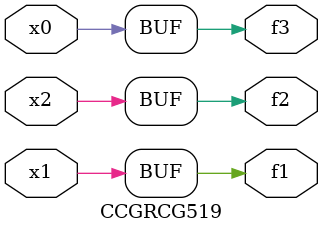
<source format=v>
module CCGRCG519(
	input x0, x1, x2,
	output f1, f2, f3
);
	assign f1 = x1;
	assign f2 = x2;
	assign f3 = x0;
endmodule

</source>
